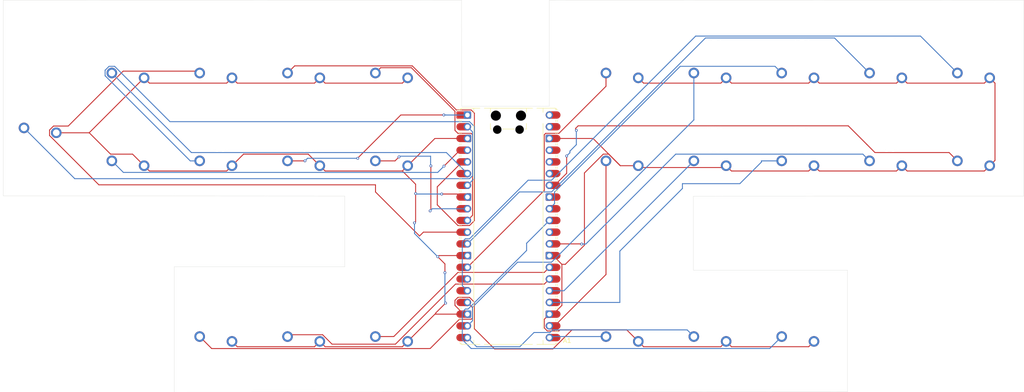
<source format=kicad_pcb>
(kicad_pcb (version 20241229) (generator "pcbnew") (generator_version "9.0")
  (title_block (title "StenoKeyboard"))
  (layers (0 "F.Cu" signal) (2 "B.Cu" signal) (13 "F.Paste" user) (15 "B.Paste" user) (5 "F.SilkS" user "F.Silkscreen") (7 "B.SilkS" user "B.Silkscreen") (1 "F.Mask" user) (3 "B.Mask" user) (25 "Edge.Cuts" user))
  (net 0 "")
  (net 1 "Net-(A1-GPIO20)")
  (net 2 "Net-(A1-GPIO13)")
  (net 3 "Net-(A1-GPIO2)")
  (net 4 "Net-(A1-GPIO15)")
  (net 5 "Net-(A1-GPIO21)")
  (net 7 "Net-(A1-GPIO17)")
  (net 9 "Net-(A1-GPIO0)")
  (net 10 "Net-(A1-GPIO7)")
  (net 11 "Net-(A1-GPIO6)")
  (net 12 "Net-(A1-GPIO28_ADC2)")
  (net 13 "Net-(A1-GPIO10)")
  (net 15 "Net-(A1-GPIO27_ADC1)")
  (net 16 "Net-(A1-GPIO18)")
  (net 17 "Net-(A1-GPIO1)")
  (net 19 "Net-(A1-GPIO16)")
  (net 20 "Net-(A1-GPIO8)")
  (net 21 "Net-(A1-GPIO3)")
  (net 22 "Net-(A1-GPIO26_ADC0)")
  (net 24 "Net-(A1-GPIO5)")
  (net 26 "Net-(A1-GPIO19)")
  (net 27 "Net-(A1-GPIO4)")
  (net 29 "Net-(A1-GPIO12)")
  (net 30 "Net-(A1-GPIO9)")
  (net 31 "Net-(A1-GPIO14)")
  (net 32 "Net-(A1-GPIO22)")
  (net 34 "GND")
  (footprint "Downloads:Gateron-KS33-Solderable-1U" (layer "F.Cu") (at 211.93125 88.10625)
    (property "Reference" "SW19")
    (property "Value" "SW_SPST")
  )
  (footprint "Downloads:Gateron-KS33-Solderable-1U" (layer "F.Cu") (at 66.675 69.05625)
    (property "Reference" "SW1")
    (property "Value" "SW_SPST")
  )
  (footprint "Downloads:Gateron-KS33-Solderable-1U" (layer "F.Cu") (at 230.98125 69.05625)
    (property "Reference" "SW10")
    (property "Value" "SW_SPST")
  )
  (footprint "Downloads:Gateron-KS33-Solderable-1U" (layer "F.Cu") (at 104.775 126.20625)
    (property "Reference" "SW21")
    (property "Value" "SW_SPST")
  )
  (footprint "Downloads:Gateron-KS33-Solderable-1U" (layer "F.Cu") (at 85.725 88.10625)
    (property "Reference" "SW9")
    (property "Value" "SW_SPST")
  )
  (footprint "Downloads:Gateron-KS33-Solderable-1U" (layer "F.Cu") (at 192.88125 88.10625)
    (property "Reference" "SW18")
    (property "Value" "SW_SPST")
  )
  (footprint "Downloads:Gateron-KS33-Solderable-1U" (layer "F.Cu") (at 66.675 88.10625)
    (property "Reference" "SW3")
    (property "Value" "SW_SPST")
  )
  (footprint "Downloads:Gateron-KS33-Solderable-1U" (layer "F.Cu") (at 192.88125 69.05625)
    (property "Reference" "SW12")
    (property "Value" "SW_SPST")
  )
  (footprint "Downloads:Gateron-KS33-Solderable-1U" (layer "F.Cu") (at 47.625 80.9625)
    (property "Reference" "SW4")
    (property "Value" "SW_SPST")
  )
  (footprint "Downloads:Gateron-KS33-Solderable-1U" (layer "F.Cu") (at 211.93125 126.20625)
    (property "Reference" "SW20")
    (property "Value" "SW_SPST")
  )
  (footprint "Module:RaspberryPi_Pico_Common_Unspecified" (layer "F.Cu") (at 148.2725 106.9975)
    (property "Reference" "A1")
    (property "Value" "RaspberryPi_Pico")
  )
  (footprint "Downloads:Gateron-KS33-Solderable-1U" (layer "F.Cu") (at 173.83125 69.05625)
    (property "Reference" "SW11")
    (property "Value" "SW_SPST")
  )
  (footprint "Downloads:Gateron-KS33-Solderable-1U" (layer "F.Cu") (at 230.98125 88.10625)
    (property "Reference" "SW15")
    (property "Value" "SW_SPST")
  )
  (footprint "Downloads:Gateron-KS33-Solderable-1U" (layer "F.Cu") (at 123.825 69.05625)
    (property "Reference" "SW7")
    (property "Value" "SW_SPST")
  )
  (footprint "Downloads:Gateron-KS33-Solderable-1U" (layer "F.Cu") (at 123.825 88.10625)
    (property "Reference" "SW8")
    (property "Value" "SW_SPST")
  )
  (footprint "Downloads:Gateron-KS33-Solderable-1U" (layer "F.Cu") (at 211.93125 69.05625)
    (property "Reference" "SW13")
    (property "Value" "SW_SPST")
  )
  (footprint "Downloads:Gateron-KS33-Solderable-1U" (layer "F.Cu") (at 192.88125 126.20625)
    (property "Reference" "SW14")
    (property "Value" "SW_SPST")
  )
  (footprint "Downloads:Gateron-KS33-Solderable-1U" (layer "F.Cu") (at 250.03125 88.10625)
    (property "Reference" "SW25")
    (property "Value" "SW_SPST")
  )
  (footprint "Downloads:Gateron-KS33-Solderable-1U" (layer "F.Cu") (at 250.03125 69.05625)
    (property "Reference" "SW24")
    (property "Value" "SW_SPST")
  )
  (footprint "Downloads:Gateron-KS33-Solderable-1U" (layer "F.Cu") (at 123.825 126.20625)
    (property "Reference" "SW22")
    (property "Value" "SW_SPST")
  )
  (footprint "Downloads:Gateron-KS33-Solderable-1U" (layer "F.Cu") (at 85.725 126.20625)
    (property "Reference" "SW23")
    (property "Value" "SW_SPST")
  )
  (footprint "Downloads:Gateron-KS33-Solderable-1U" (layer "F.Cu") (at 173.83125 126.20625)
    (property "Reference" "SW16")
    (property "Value" "SW_SPST")
  )
  (footprint "Downloads:Gateron-KS33-Solderable-1U" (layer "F.Cu") (at 85.725 69.05625)
    (property "Reference" "SW6")
    (property "Value" "SW_SPST")
  )
  (footprint "Downloads:Gateron-KS33-Solderable-1U" (layer "F.Cu") (at 104.775 88.10625)
    (property "Reference" "SW5")
    (property "Value" "SW_SPST")
  )
  (footprint "Downloads:Gateron-KS33-Solderable-1U" (layer "F.Cu") (at 104.775 69.05625)
    (property "Reference" "SW2")
    (property "Value" "SW_SPST")
  )
  (footprint "Downloads:Gateron-KS33-Solderable-1U" (layer "F.Cu") (at 173.83125 88.10625)
    (property "Reference" "SW17")
    (property "Value" "SW_SPST")
  )
  (gr_line (start 221.8 100.4375) (end 188.4 100.45) (stroke (width 0.05)) (layer "Edge.Cuts"))
  (gr_line (start 221.8 116.5) (end 221.8 142.875) (stroke (width 0.05)) (layer "Edge.Cuts"))
  (gr_line (start 221.8 100.4375) (end 260.025 100.4375) (stroke (width 0.05)) (layer "Edge.Cuts"))
  (gr_line (start 75.8 142.95) (end 75.8 115.8) (stroke (width 0.05)) (layer "Edge.Cuts"))
  (gr_line (start 157.15 57.975) (end 253.75 58) (stroke (width 0.05)) (layer "Edge.Cuts"))
  (gr_line (start 221.8 142.875) (end 75.8 142.95) (stroke (width 0.05)) (layer "Edge.Cuts"))
  (gr_line (start 75.8 100.4125) (end 112.8 100.4375) (stroke (width 0.05)) (layer "Edge.Cuts"))
  (gr_line (start 138.1125 80.9625) (end 157.1625 80.9625) (stroke (width 0.05)) (layer "Edge.Cuts"))
  (gr_line (start 38.75 57.95) (end 38.75 100.4125) (stroke (width 0.05)) (layer "Edge.Cuts"))
  (gr_line (start 157.1625 80.9625) (end 157.15 57.975) (stroke (width 0.05)) (layer "Edge.Cuts"))
  (gr_line (start 138.1 57.97007) (end 38.75 57.95) (stroke (width 0.05)) (layer "Edge.Cuts"))
  (gr_line (start 253.75 58) (end 260.05 58) (stroke (width 0.05)) (layer "Edge.Cuts"))
  (gr_line (start 260.05 58) (end 260.025 100.4375) (stroke (width 0.05)) (layer "Edge.Cuts"))
  (gr_line (start 112.8 115.8) (end 75.8 115.8) (stroke (width 0.05)) (layer "Edge.Cuts"))
  (gr_line (start 75.8 100.4125) (end 38.75 100.4125) (stroke (width 0.05)) (layer "Edge.Cuts"))
  (gr_line (start 188.4 116.5) (end 221.8 116.5) (stroke (width 0.05)) (layer "Edge.Cuts"))
  (gr_line (start 138.1125 80.9625) (end 138.1 57.975) (stroke (width 0.05)) (layer "Edge.Cuts"))
  (gr_line (start 112.8 100.4375) (end 112.8 115.8) (stroke (width 0.05)) (layer "Edge.Cuts"))
  (gr_line (start 188.4 100.45) (end 188.4 116.5) (stroke (width 0.05)) (layer "Edge.Cuts"))
  (segment (start 100.375 130.90625) (end 100.776 130.50525) (width 0.2) (layer "F.Cu") (net 1))
  (segment (start 100.776 130.50525) (end 107.976024 130.50525) (width 0.2) (layer "F.Cu") (net 1))
  (segment (start 107.976024 130.50525) (end 110.028048 132.557274) (width 0.2) (layer "F.Cu") (net 1))
  (segment (start 110.028048 132.557274) (end 123.771952 132.557274) (width 0.2) (layer "F.Cu") (net 1))
  (segment (start 123.771952 132.557274) (end 136.800726 119.5285) (width 0.2) (layer "F.Cu") (net 1))
  (segment (start 156.0615 119.5285) (end 157.1625 118.4275) (width 0.2) (layer "F.Cu") (net 1))
  (segment (start 136.800726 119.5285) (end 156.0615 119.5285) (width 0.2) (layer "F.Cu") (net 1))
  (segment (start 140.192094 127.1535) (end 140.4885 126.857094) (width 0.2) (layer "F.Cu") (net 2))
  (segment (start 137.6465 127.1535) (end 140.192094 127.1535) (width 0.2) (layer "F.Cu") (net 2))
  (segment (start 140.4885 124.6135) (end 139.3825 123.5075) (width 0.2) (layer "F.Cu") (net 2))
  (segment (start 131.29275 133.50725) (end 137.6465 127.1535) (width 0.2) (layer "F.Cu") (net 2))
  (segment (start 81.325 130.90625) (end 83.926 133.50725) (width 0.2) (layer "F.Cu") (net 2))
  (segment (start 83.926 133.50725) (end 131.29275 133.50725) (width 0.2) (layer "F.Cu") (net 2))
  (segment (start 140.4885 126.857094) (end 140.4885 124.6135) (width 0.2) (layer "F.Cu") (net 2))
  (segment (start 137.7625 90.4875) (end 139.3825 90.4875) (width 0.2) (layer "F.Cu") (net 3))
  (segment (start 134.3 93.95) (end 137.7625 90.4875) (width 0.2) (layer "F.Cu") (net 3))
  (via (at 134.3 93.95) (size 0.6) (drill 0.3) (layers "F.Cu" "B.Cu") (net 3))
  (segment (start 62.275 92.80625) (end 64.776 95.30725) (width 0.2) (layer "B.Cu") (net 3))
  (segment (start 64.776 95.30725) (end 132.94275 95.30725) (width 0.2) (layer "B.Cu") (net 3))
  (segment (start 132.94275 95.30725) (end 134.3 93.95) (width 0.2) (layer "B.Cu") (net 3))
  (segment (start 188.48125 130.90625) (end 187.03025 129.45525) (width 0.2) (layer "B.Cu") (net 4))
  (segment (start 141.3535 133.0985) (end 139.3825 131.1275) (width 0.2) (layer "B.Cu") (net 4))
  (segment (start 157.8518 129.45525) (end 157.28055 130.0265) (width 0.2) (layer "B.Cu") (net 4))
  (segment (start 187.03025 129.45525) (end 157.8518 129.45525) (width 0.2) (layer "B.Cu") (net 4))
  (segment (start 150.754231 133.0985) (end 141.3535 133.0985) (width 0.2) (layer "B.Cu") (net 4))
  (segment (start 153.826231 130.0265) (end 150.754231 133.0985) (width 0.2) (layer "B.Cu") (net 4))
  (segment (start 157.28055 130.0265) (end 153.826231 130.0265) (width 0.2) (layer "B.Cu") (net 4))
  (segment (start 119.425 130.90625) (end 123.4087 130.90625) (width 0.2) (layer "F.Cu") (net 5))
  (segment (start 137.32645 116.9885) (end 156.0615 116.9885) (width 0.2) (layer "F.Cu") (net 5))
  (segment (start 156.0615 116.9885) (end 157.1625 115.8875) (width 0.2) (layer "F.Cu") (net 5))
  (segment (start 123.4087 130.90625) (end 137.32645 116.9885) (width 0.2) (layer "F.Cu") (net 5))
  (segment (start 169.43125 117.45012) (end 158.29387 128.5875) (width 0.2) (layer "F.Cu") (net 7))
  (segment (start 158.29387 128.5875) (end 157.1625 128.5875) (width 0.2) (layer "F.Cu") (net 7))
  (segment (start 169.43125 92.80625) (end 169.43125 117.45012) (width 0.2) (layer "F.Cu") (net 7))
  (segment (start 115.6 92.2) (end 124.95 82.85) (width 0.2) (layer "F.Cu") (net 9))
  (segment (start 104.14375 92.80625) (end 104.15 92.8) (width 0.2) (layer "F.Cu") (net 9))
  (segment (start 115.6 92.25) (end 115.6 92.2) (width 0.2) (layer "F.Cu") (net 9))
  (segment (start 124.95 82.85) (end 134.25 82.85) (width 0.2) (layer "F.Cu") (net 9))
  (segment (start 100.375 92.80625) (end 104.14375 92.80625) (width 0.2) (layer "F.Cu") (net 9))
  (via (at 104.15 92.8) (size 0.6) (drill 0.3) (layers "F.Cu" "B.Cu") (net 9))
  (via (at 134.25 82.85) (size 0.6) (drill 0.3) (layers "F.Cu" "B.Cu") (net 9))
  (via (at 115.6 92.25) (size 0.6) (drill 0.3) (layers "F.Cu" "B.Cu") (net 9))
  (segment (start 104.7 92.25) (end 115.6 92.25) (width 0.2) (layer "B.Cu") (net 9))
  (segment (start 134.7 82.85) (end 134.7175 82.8675) (width 0.2) (layer "B.Cu") (net 9))
  (segment (start 134.7175 82.8675) (end 139.3825 82.8675) (width 0.2) (layer "B.Cu") (net 9))
  (segment (start 134.25 82.85) (end 134.7 82.85) (width 0.2) (layer "B.Cu") (net 9))
  (segment (start 104.15 92.8) (end 104.7 92.25) (width 0.2) (layer "B.Cu") (net 9))
  (segment (start 136.6765 82.057906) (end 136.6765 86.193622) (width 0.2) (layer "F.Cu") (net 10))
  (segment (start 140.4885 87.137906) (end 140.4885 104.6215) (width 0.2) (layer "F.Cu") (net 10))
  (segment (start 136.6765 86.193622) (end 137.324378 86.8415) (width 0.2) (layer "F.Cu") (net 10))
  (segment (start 137.324378 86.8415) (end 140.192094 86.8415) (width 0.2) (layer "F.Cu") (net 10))
  (segment (start 120.575 72.60625) (end 127.224844 72.60625) (width 0.2) (layer "F.Cu") (net 10))
  (segment (start 140.192094 86.8415) (end 140.4885 87.137906) (width 0.2) (layer "F.Cu") (net 10))
  (segment (start 127.224844 72.60625) (end 136.6765 82.057906) (width 0.2) (layer "F.Cu") (net 10))
  (segment (start 119.425 73.75625) (end 120.575 72.60625) (width 0.2) (layer "F.Cu") (net 10))
  (segment (start 140.4885 104.6215) (end 139.3825 105.7275) (width 0.2) (layer "F.Cu") (net 10))
  (segment (start 131.45 93.9) (end 131.45 103.5) (width 0.2) (layer "F.Cu") (net 11))
  (segment (start 119.425 92.80625) (end 123.69375 92.80625) (width 0.2) (layer "F.Cu") (net 11))
  (segment (start 123.69375 92.80625) (end 124.55 91.95) (width 0.2) (layer "F.Cu") (net 11))
  (segment (start 131.45 103.5) (end 131.3 103.65) (width 0.2) (layer "F.Cu") (net 11))
  (via (at 131.3 103.65) (size 0.6) (drill 0.3) (layers "F.Cu" "B.Cu") (net 11))
  (via (at 124.55 91.95) (size 0.6) (drill 0.3) (layers "F.Cu" "B.Cu") (net 11))
  (via (at 131.45 93.9) (size 0.6) (drill 0.3) (layers "F.Cu" "B.Cu") (net 11))
  (segment (start 131.4 91.8) (end 131.4 93.85) (width 0.2) (layer "B.Cu") (net 11))
  (segment (start 131.7625 103.1875) (end 139.3825 103.1875) (width 0.2) (layer "B.Cu") (net 11))
  (segment (start 124.55 91.95) (end 124.7 91.8) (width 0.2) (layer "B.Cu") (net 11))
  (segment (start 131.4 93.85) (end 131.45 93.9) (width 0.2) (layer "B.Cu") (net 11))
  (segment (start 131.3 103.65) (end 131.7625 103.1875) (width 0.2) (layer "B.Cu") (net 11))
  (segment (start 124.7 91.8) (end 131.4 91.8) (width 0.2) (layer "B.Cu") (net 11))
  (segment (start 160.9 95.50137) (end 158.29387 98.1075) (width 0.2) (layer "F.Cu") (net 12))
  (segment (start 227.75725 91.00725) (end 226 89.25) (width 0.2) (layer "F.Cu") (net 12))
  (segment (start 226 89.25) (end 221.95525 85.20525) (width 0.2) (layer "F.Cu") (net 12))
  (segment (start 162.85 85.75) (end 162.85 86.05) (width 0.2) (layer "F.Cu") (net 12))
  (segment (start 163.39475 85.20525) (end 162.85 85.75) (width 0.2) (layer "F.Cu") (net 12))
  (segment (start 221.95525 85.20525) (end 163.39475 85.20525) (width 0.2) (layer "F.Cu") (net 12))
  (segment (start 160.9 91.75) (end 160.9 95.50137) (width 0.2) (layer "F.Cu") (net 12))
  (segment (start 158.29387 98.1075) (end 157.1625 98.1075) (width 0.2) (layer "F.Cu") (net 12))
  (segment (start 162.85 86.05) (end 163 86.2) (width 0.2) (layer "F.Cu") (net 12))
  (segment (start 245.63125 92.80625) (end 243.83225 91.00725) (width 0.2) (layer "F.Cu") (net 12))
  (segment (start 243.83225 91.00725) (end 227.75725 91.00725) (width 0.2) (layer "F.Cu") (net 12))
  (via (at 160.9 91.75) (size 0.6) (drill 0.3) (layers "F.Cu" "B.Cu") (net 12))
  (via (at 163 86.2) (size 0.6) (drill 0.3) (layers "F.Cu" "B.Cu") (net 12))
  (segment (start 161.6 90.7) (end 161.6 91.05) (width 0.2) (layer "B.Cu") (net 12))
  (segment (start 163 86.2) (end 163 89.3) (width 0.2) (layer "B.Cu") (net 12))
  (segment (start 163 89.3) (end 161.6 90.7) (width 0.2) (layer "B.Cu") (net 12))
  (segment (start 161.6 91.05) (end 160.9 91.75) (width 0.2) (layer "B.Cu") (net 12))
  (segment (start 156.0565 87.137906) (end 156.0565 99.2135) (width 0.2) (layer "F.Cu") (net 13))
  (segment (start 156.0565 99.2135) (end 139.3825 115.8875) (width 0.2) (layer "F.Cu") (net 13))
  (segment (start 138.758094 115.8875) (end 138.5825 115.8875) (width 0.2) (layer "F.Cu") (net 13))
  (segment (start 159.220622 86.8415) (end 156.352906 86.8415) (width 0.2) (layer "F.Cu") (net 13))
  (segment (start 169.43125 73.75625) (end 169.43125 76.630872) (width 0.2) (layer "F.Cu") (net 13))
  (segment (start 169.43125 76.630872) (end 159.220622 86.8415) (width 0.2) (layer "F.Cu") (net 13))
  (segment (start 156.352906 86.8415) (end 156.0565 87.137906) (width 0.2) (layer "F.Cu") (net 13))
  (segment (start 158.2685 102.0815) (end 157.1625 103.1875) (width 0.2) (layer "B.Cu") (net 15))
  (segment (start 158.2685 99.566366) (end 158.2685 102.0815) (width 0.2) (layer "B.Cu") (net 15))
  (segment (start 206.08025 72.30525) (end 185.529616 72.30525) (width 0.2) (layer "B.Cu") (net 15))
  (segment (start 207.53125 73.75625) (end 206.08025 72.30525) (width 0.2) (layer "B.Cu") (net 15))
  (segment (start 185.529616 72.30525) (end 158.2685 99.566366) (width 0.2) (layer "B.Cu") (net 15))
  (segment (start 198.45625 97.75) (end 186 97.75) (width 0.2) (layer "B.Cu") (net 16))
  (segment (start 207.53125 92.80625) (end 203.128616 92.80625) (width 0.2) (layer "B.Cu") (net 16))
  (segment (start 203.128616 92.80625) (end 203.128616 93.077634) (width 0.2) (layer "B.Cu") (net 16))
  (segment (start 172.427366 123.5075) (end 157.1625 123.5075) (width 0.2) (layer "B.Cu") (net 16))
  (segment (start 186 98.8) (end 172.427366 112.372634) (width 0.2) (layer "B.Cu") (net 16))
  (segment (start 203.128616 93.077634) (end 198.45625 97.75) (width 0.2) (layer "B.Cu") (net 16))
  (segment (start 172.427366 112.372634) (end 172.427366 123.5075) (width 0.2) (layer "B.Cu") (net 16))
  (segment (start 186 97.75) (end 186 98.8) (width 0.2) (layer "B.Cu") (net 16))
  (segment (start 139.83855 96.6685) (end 140.4885 96.01855) (width 0.2) (layer "B.Cu") (net 17))
  (segment (start 140.4885 86.5135) (end 139.3825 85.4075) (width 0.2) (layer "B.Cu") (net 17))
  (segment (start 54.231 96.6685) (end 139.83855 96.6685) (width 0.2) (layer "B.Cu") (net 17))
  (segment (start 140.4885 96.01855) (end 140.4885 86.5135) (width 0.2) (layer "B.Cu") (net 17))
  (segment (start 43.225 85.6625) (end 54.231 96.6685) (width 0.2) (layer "B.Cu") (net 17))
  (segment (start 169.43125 130.90625) (end 157.38375 130.90625) (width 0.2) (layer "B.Cu") (net 19))
  (segment (start 157.38375 130.90625) (end 157.1625 131.1275) (width 0.2) (layer "B.Cu") (net 19))
  (segment (start 119.45 99.55) (end 129 109.1) (width 0.2) (layer "F.Cu") (net 20))
  (segment (start 59.460476 98) (end 119.45 98) (width 0.2) (layer "F.Cu") (net 20))
  (segment (start 129 109.1) (end 129.8325 108.2675) (width 0.2) (layer "F.Cu") (net 20))
  (segment (start 64.728024 73.35525) (end 52.821774 85.2615) (width 0.2) (layer "F.Cu") (net 20))
  (segment (start 81.325 73.75625) (end 80.924 73.35525) (width 0.2) (layer "F.Cu") (net 20))
  (segment (start 129.8325 108.2675) (end 139.3825 108.2675) (width 0.2) (layer "F.Cu") (net 20))
  (segment (start 80.924 73.35525) (end 64.728024 73.35525) (width 0.2) (layer "F.Cu") (net 20))
  (segment (start 52.821774 85.2615) (end 49.623976 85.2615) (width 0.2) (layer "F.Cu") (net 20))
  (segment (start 49.623976 85.2615) (end 48.774 86.111476) (width 0.2) (layer "F.Cu") (net 20))
  (segment (start 48.774 86.111476) (end 48.774 87.313524) (width 0.2) (layer "F.Cu") (net 20))
  (segment (start 48.774 87.313524) (end 59.460476 98) (width 0.2) (layer "F.Cu") (net 20))
  (segment (start 119.45 98) (end 119.45 99.55) (width 0.2) (layer "F.Cu") (net 20))
  (segment (start 140.190564 81.7615) (end 140.8895 82.460436) (width 0.2) (layer "F.Cu") (net 21))
  (segment (start 138.25113 93.0275) (end 139.3825 93.0275) (width 0.2) (layer "F.Cu") (net 21))
  (segment (start 100.375 73.75625) (end 101.93125 72.2) (width 0.2) (layer "F.Cu") (net 21))
  (segment (start 140.8895 105.77755) (end 139.83855 106.8285) (width 0.2) (layer "F.Cu") (net 21))
  (segment (start 140.8895 82.460436) (end 140.8895 105.77755) (width 0.2) (layer "F.Cu") (net 21))
  (segment (start 101.93125 72.2) (end 127.411406 72.2) (width 0.2) (layer "F.Cu") (net 21))
  (segment (start 136.972906 81.7615) (end 140.190564 81.7615) (width 0.2) (layer "F.Cu") (net 21))
  (segment (start 137.32645 106.8285) (end 132.848884 102.350934) (width 0.2) (layer "F.Cu") (net 21))
  (segment (start 127.411406 72.2) (end 136.972906 81.7615) (width 0.2) (layer "F.Cu") (net 21))
  (segment (start 132.848884 98.429746) (end 138.25113 93.0275) (width 0.2) (layer "F.Cu") (net 21))
  (segment (start 139.83855 106.8285) (end 137.32645 106.8285) (width 0.2) (layer "F.Cu") (net 21))
  (segment (start 132.848884 102.350934) (end 132.848884 98.429746) (width 0.2) (layer "F.Cu") (net 21))
  (segment (start 152.218564 110.671436) (end 157.1625 105.7275) (width 0.2) (layer "B.Cu") (net 22))
  (segment (start 204.938 133.4995) (end 140.19745 133.4995) (width 0.2) (layer "B.Cu") (net 22))
  (segment (start 152.218564 112.2415) (end 152.218564 110.671436) (width 0.2) (layer "B.Cu") (net 22))
  (segment (start 140.19745 133.4995) (end 138.2765 131.57855) (width 0.2) (layer "B.Cu") (net 22))
  (segment (start 138.2765 131.57855) (end 138.2765 125.589378) (width 0.2) (layer "B.Cu") (net 22))
  (segment (start 138.2765 125.589378) (end 138.924378 124.9415) (width 0.2) (layer "B.Cu") (net 22))
  (segment (start 207.53125 130.90625) (end 204.938 133.4995) (width 0.2) (layer "B.Cu") (net 22))
  (segment (start 139.518564 124.9415) (end 152.218564 112.2415) (width 0.2) (layer "B.Cu") (net 22))
  (segment (start 138.924378 124.9415) (end 139.518564 124.9415) (width 0.2) (layer "B.Cu") (net 22))
  (segment (start 60.824 73.155226) (end 61.673976 72.30525) (width 0.2) (layer "B.Cu") (net 24))
  (segment (start 79.272976 92.80625) (end 60.824 74.357274) (width 0.2) (layer "B.Cu") (net 24))
  (segment (start 140.8895 85.35745) (end 140.8895 96.6005) (width 0.2) (layer "B.Cu") (net 24))
  (segment (start 81.325 92.80625) (end 79.272976 92.80625) (width 0.2) (layer "B.Cu") (net 24))
  (segment (start 139.83855 84.3065) (end 140.8895 85.35745) (width 0.2) (layer "B.Cu") (net 24))
  (segment (start 61.673976 72.30525) (end 62.876024 72.30525) (width 0.2) (layer "B.Cu") (net 24))
  (segment (start 140.8895 96.6005) (end 139.3825 98.1075) (width 0.2) (layer "B.Cu") (net 24))
  (segment (start 60.824 74.357274) (end 60.824 73.155226) (width 0.2) (layer "B.Cu") (net 24))
  (segment (start 62.876024 72.30525) (end 74.877274 84.3065) (width 0.2) (layer "B.Cu") (net 24))
  (segment (start 74.877274 84.3065) (end 139.83855 84.3065) (width 0.2) (layer "B.Cu") (net 24))
  (segment (start 188.48125 92.80625) (end 160.32 120.9675) (width 0.2) (layer "B.Cu") (net 26))
  (segment (start 160.32 120.9675) (end 157.1625 120.9675) (width 0.2) (layer "B.Cu") (net 26))
  (segment (start 62.275 73.75625) (end 79.526 91.00725) (width 0.2) (layer "B.Cu") (net 27))
  (segment (start 79.526 91.00725) (end 134.82225 91.00725) (width 0.2) (layer "B.Cu") (net 27))
  (segment (start 134.82225 91.00725) (end 139.3825 95.5675) (width 0.2) (layer "B.Cu") (net 27))
  (segment (start 152.53855 97.0065) (end 139.83855 109.7065) (width 0.2) (layer "B.Cu") (net 29))
  (segment (start 157.61855 97.0065) (end 152.53855 97.0065) (width 0.2) (layer "B.Cu") (net 29))
  (segment (start 138.92645 109.7065) (end 138.2765 110.35645) (width 0.2) (layer "B.Cu") (net 29))
  (segment (start 245.63125 73.75625) (end 237.62925 65.75425) (width 0.2) (layer "B.Cu") (net 29))
  (segment (start 138.2765 110.35645) (end 138.2765 119.8615) (width 0.2) (layer "B.Cu") (net 29))
  (segment (start 188.8708 65.75425) (end 157.61855 97.0065) (width 0.2) (layer "B.Cu") (net 29))
  (segment (start 237.62925 65.75425) (end 188.8708 65.75425) (width 0.2) (layer "B.Cu") (net 29))
  (segment (start 138.2765 119.8615) (end 139.3825 120.9675) (width 0.2) (layer "B.Cu") (net 29))
  (segment (start 139.83855 109.7065) (end 138.92645 109.7065) (width 0.2) (layer "B.Cu") (net 29))
  (segment (start 157.620622 99.5415) (end 150.6485 99.5415) (width 0.2) (layer "B.Cu") (net 30))
  (segment (start 150.6485 99.5415) (end 139.3825 110.8075) (width 0.2) (layer "B.Cu") (net 30))
  (segment (start 191.006872 66.15525) (end 157.620622 99.5415) (width 0.2) (layer "B.Cu") (net 30))
  (segment (start 218.98025 66.15525) (end 191.006872 66.15525) (width 0.2) (layer "B.Cu") (net 30))
  (segment (start 226.58125 73.75625) (end 218.98025 66.15525) (width 0.2) (layer "B.Cu") (net 30))
  (segment (start 140.4885 124.538664) (end 140.4885 127.4815) (width 0.2) (layer "B.Cu") (net 31))
  (segment (start 188.48125 73.75625) (end 188.48125 83.9238) (width 0.2) (layer "B.Cu") (net 31))
  (segment (start 188.48125 83.9238) (end 157.61855 114.7865) (width 0.2) (layer "B.Cu") (net 31))
  (segment (start 157.61855 114.7865) (end 150.240664 114.7865) (width 0.2) (layer "B.Cu") (net 31))
  (segment (start 150.240664 114.7865) (end 140.4885 124.538664) (width 0.2) (layer "B.Cu") (net 31))
  (segment (start 140.4885 127.4815) (end 139.3825 128.5875) (width 0.2) (layer "B.Cu") (net 31))
  (segment (start 163.8575 110.8075) (end 157.1625 110.8075) (width 0.2) (layer "F.Cu") (net 32))
  (segment (start 164.15 110.85) (end 163.9 110.85) (width 0.2) (layer "F.Cu") (net 32))
  (segment (start 163.9 110.85) (end 163.8575 110.8075) (width 0.2) (layer "F.Cu") (net 32))
  (via (at 164.15 110.85) (size 0.6) (drill 0.3) (layers "F.Cu" "B.Cu") (net 32))
  (segment (start 165.05 110.85) (end 164.15 110.85) (width 0.2) (layer "B.Cu") (net 32))
  (segment (start 184.54475 91.35525) (end 165.45 110.45) (width 0.2) (layer "B.Cu") (net 32))
  (segment (start 165.45 110.45) (end 165.05 110.85) (width 0.2) (layer "B.Cu") (net 32))
  (segment (start 225.13025 91.35525) (end 184.54475 91.35525) (width 0.2) (layer "B.Cu") (net 32))
  (segment (start 226.58125 92.80625) (end 225.13025 91.35525) (width 0.2) (layer "B.Cu") (net 32))
  (segment (start 88.325 93.85625) (end 90.826 91.35525) (width 0.2) (layer "F.Cu") (net 34))
  (segment (start 126.425 131.95625) (end 132.33375 126.0475) (width 0.2) (layer "F.Cu") (net 34))
  (segment (start 137.32645 122.4065) (end 136.6815 123.05145) (width 0.2) (layer "F.Cu") (net 34))
  (segment (start 70.425 95.00625) (end 69.275 93.85625) (width 0.2) (layer "F.Cu") (net 34))
  (segment (start 88.325 74.80625) (end 89.475 75.95625) (width 0.2) (layer "F.Cu") (net 34))
  (segment (start 126.425 93.85625) (end 132.33375 87.9475) (width 0.2) (layer "F.Cu") (net 34))
  (segment (start 87.175 75.95625) (end 88.325 74.80625) (width 0.2) (layer "F.Cu") (net 34))
  (segment (start 57.36875 86.7125) (end 69.275 74.80625) (width 0.2) (layer "F.Cu") (net 34))
  (segment (start 156.70645 129.6885) (end 156.0615 129.04355) (width 0.2) (layer "F.Cu") (net 34))
  (segment (start 177.58125 75.95625) (end 176.43125 74.80625) (width 0.2) (layer "F.Cu") (net 34))
  (segment (start 108.525 95.00625) (end 125.275 95.00625) (width 0.2) (layer "F.Cu") (net 34))
  (segment (start 251.48125 75.95625) (end 234.73125 75.95625) (width 0.2) (layer "F.Cu") (net 34))
  (segment (start 196.63125 75.95625) (end 195.48125 74.80625) (width 0.2) (layer "F.Cu") (net 34))
  (segment (start 233.58125 93.85625) (end 234.73125 95.00625) (width 0.2) (layer "F.Cu") (net 34))
  (segment (start 213.38125 133.10625) (end 196.63125 133.10625) (width 0.2) (layer "F.Cu") (net 34))
  (segment (start 195.48125 93.85625) (end 196.63125 95.00625) (width 0.2) (layer "F.Cu") (net 34))
  (segment (start 90.826 91.35525) (end 104.874 91.35525) (width 0.2) (layer "F.Cu") (net 34))
  (segment (start 69.275 74.80625) (end 70.425 75.95625) (width 0.2) (layer "F.Cu") (net 34))
  (segment (start 132.5 126.0475) (end 139.3825 126.0475) (width 0.2) (layer "F.Cu") (net 34))
  (segment (start 251.48125 95.00625) (end 252.63125 93.85625) (width 0.2) (layer "F.Cu") (net 34))
  (segment (start 162.05 129.45525) (end 159.4518 129.45525) (width 0.2) (layer "F.Cu") (net 34))
  (segment (start 108.525 133.10625) (end 107.375 131.95625) (width 0.2) (layer "F.Cu") (net 34))
  (segment (start 132.33375 126.0475) (end 132.5 126.0475) (width 0.2) (layer "F.Cu") (net 34))
  (segment (start 128.15 106) (end 127.9 106.25) (width 0.2) (layer "F.Cu") (net 34))
  (segment (start 160.606443 115.2435) (end 159.8635 115.2435) (width 0.2) (layer "F.Cu") (net 34))
  (segment (start 140.8895 129.210878) (end 140.8895 123.45745) (width 0.2) (layer "F.Cu") (net 34))
  (segment (start 140.8895 123.45745) (end 139.83855 122.4065) (width 0.2) (layer "F.Cu") (net 34))
  (segment (start 138.5775 126.0475) (end 139.3825 126.0475) (width 0.2) (layer "F.Cu") (net 34))
  (segment (start 106.225 75.95625) (end 107.375 74.80625) (width 0.2) (layer "F.Cu") (net 34))
  (segment (start 213.38125 75.95625) (end 196.63125 75.95625) (width 0.2) (layer "F.Cu") (net 34))
  (segment (start 215.68125 75.95625) (end 214.53125 74.80625) (width 0.2) (layer "F.Cu") (net 34))
  (segment (start 107.375 74.80625) (end 108.525 75.95625) (width 0.2) (layer "F.Cu") (net 34))
  (segment (start 176.43125 93.85625) (end 176.83225 94.25725) (width 0.2) (layer "F.Cu") (net 34))
  (segment (start 172.533274 93.85625) (end 170.032274 91.35525) (width 0.2) (layer "F.Cu") (net 34))
  (segment (start 214.53125 93.85625) (end 215.68125 95.00625) (width 0.2) (layer "F.Cu") (net 34))
  (segment (start 136.6815 124.1515) (end 138.5775 126.0475) (width 0.2) (layer "F.Cu") (net 34))
  (segment (start 173.93025 129.45525) (end 162.05 129.45525) (width 0.2) (layer "F.Cu") (net 34))
  (segment (start 107.375 93.85625) (end 108.525 95.00625) (width 0.2) (layer "F.Cu") (net 34))
  (segment (start 232.43125 95.00625) (end 233.58125 93.85625) (width 0.2) (layer "F.Cu") (net 34))
  (segment (start 157.9675 113.3475) (end 159.8635 115.2435) (width 0.2) (layer "F.Cu") (net 34))
  (segment (start 170.032274 91.35525) (end 168.830226 91.35525) (width 0.2) (layer "F.Cu") (net 34))
  (segment (start 70.425 95.00625) (end 87.175 95.00625) (width 0.2) (layer "F.Cu") (net 34))
  (segment (start 69.275 93.85625) (end 66.774 91.35525) (width 0.2) (layer "F.Cu") (net 34))
  (segment (start 195.48125 74.80625) (end 194.33125 75.95625) (width 0.2) (layer "F.Cu") (net 34))
  (segment (start 213.38125 95.00625) (end 214.53125 93.85625) (width 0.2) (layer "F.Cu") (net 34))
  (segment (start 194.33125 75.95625) (end 177.58125 75.95625) (width 0.2) (layer "F.Cu") (net 34))
  (segment (start 157.90675 133.5985) (end 145.277122 133.5985) (width 0.2) (layer "F.Cu") (net 34))
  (segment (start 194.33125 133.10625) (end 177.58125 133.10625) (width 0.2) (layer "F.Cu") (net 34))
  (segment (start 164.751 111.098943) (end 160.606443 115.2435) (width 0.2) (layer "F.Cu") (net 34))
  (segment (start 159.4518 129.45525) (end 159.21855 129.6885) (width 0.2) (layer "F.Cu") (net 34))
  (segment (start 166.624524 87.9475) (end 172.533274 93.85625) (width 0.2) (layer "F.Cu") (net 34))
  (segment (start 233.58125 74.80625) (end 232.43125 75.95625) (width 0.2) (layer "F.Cu") (net 34))
  (segment (start 177.58125 133.10625) (end 176.43125 131.95625) (width 0.2) (layer "F.Cu") (net 34))
  (segment (start 87.175 95.00625) (end 88.325 93.85625) (width 0.2) (layer "F.Cu") (net 34))
  (segment (start 253.78125 75.95625) (end 252.63125 74.80625) (width 0.2) (layer "F.Cu") (net 34))
  (segment (start 125.275 95.00625) (end 126.425 93.85625) (width 0.2) (layer "F.Cu") (net 34))
  (segment (start 156.0615 127.1485) (end 157.1625 126.0475) (width 0.2) (layer "F.Cu") (net 34))
  (segment (start 89.475 75.95625) (end 106.225 75.95625) (width 0.2) (layer "F.Cu") (net 34))
  (segment (start 172.533274 93.85625) (end 176.43125 93.85625) (width 0.2) (layer "F.Cu") (net 34))
  (segment (start 159.21855 129.6885) (end 156.70645 129.6885) (width 0.2) (layer "F.Cu") (net 34))
  (segment (start 196.63125 133.10625) (end 195.48125 131.95625) (width 0.2) (layer "F.Cu") (net 34))
  (segment (start 108.525 75.95625) (end 125.275 75.95625) (width 0.2) (layer "F.Cu") (net 34))
  (segment (start 70.425 75.95625) (end 87.175 75.95625) (width 0.2) (layer "F.Cu") (net 34))
  (segment (start 132.95 113.6) (end 134.5 115.15) (width 0.2) (layer "F.Cu") (net 34))
  (segment (start 176.83225 94.25725) (end 195.08025 94.25725) (width 0.2) (layer "F.Cu") (net 34))
  (segment (start 104.874 91.35525) (end 107.375 93.85625) (width 0.2) (layer "F.Cu") (net 34))
  (segment (start 164.751 95.434476) (end 164.751 111.098943) (width 0.2) (layer "F.Cu") (net 34))
  (segment (start 232.43125 75.95625) (end 215.68125 75.95625) (width 0.2) (layer "F.Cu") (net 34))
  (segment (start 196.63125 95.00625) (end 213.38125 95.00625) (width 0.2) (layer "F.Cu") (net 34))
  (segment (start 128.15 99.9) (end 128.15 97.88125) (width 0.2) (layer "F.Cu") (net 34))
  (segment (start 214.53125 131.95625) (end 213.38125 133.10625) (width 0.2) (layer "F.Cu") (net 34))
  (segment (start 252.63125 74.80625) (end 251.48125 75.95625) (width 0.2) (layer "F.Cu") (net 34))
  (segment (start 195.08025 94.25725) (end 195.48125 93.85625) (width 0.2) (layer "F.Cu") (net 34))
  (segment (start 106.225 133.10625) (end 107.375 131.95625) (width 0.2) (layer "F.Cu") (net 34))
  (segment (start 88.325 131.95625) (end 89.475 133.10625) (width 0.2) (layer "F.Cu") (net 34))
  (segment (start 134.65 123.65) (end 132.5 125.8) (width 0.2) (layer "F.Cu") (net 34))
  (segment (start 162.05 129.45525) (end 157.90675 133.5985) (width 0.2) (layer "F.Cu") (net 34))
  (segment (start 214.53125 74.80625) (end 213.38125 75.95625) (width 0.2) (layer "F.Cu") (net 34))
  (segment (start 157.1625 113.3475) (end 157.9675 113.3475) (width 0.2) (layer "F.Cu") (net 34))
  (segment (start 128.15 97.88125) (end 125.275 95.00625) (width 0.2) (layer "F.Cu") (net 34))
  (segment (start 136.6815 123.05145) (end 136.6815 124.1515) (width 0.2) (layer "F.Cu") (net 34))
  (segment (start 234.73125 75.95625) (end 233.58125 74.80625) (width 0.2) (layer "F.Cu") (net 34))
  (segment (start 252.63125 93.85625) (end 253.78125 92.70625) (width 0.2) (layer "F.Cu") (net 34))
  (segment (start 125.275 133.10625) (end 108.525 133.10625) (width 0.2) (layer "F.Cu") (net 34))
  (segment (start 234.73125 95.00625) (end 251.48125 95.00625) (width 0.2) (layer "F.Cu") (net 34))
  (segment (start 145.277122 133.5985) (end 140.8895 129.210878) (width 0.2) (layer "F.Cu") (net 34))
  (segment (start 176.43125 131.95625) (end 173.93025 129.45525) (width 0.2) (layer "F.Cu") (net 34))
  (segment (start 195.48125 131.95625) (end 194.33125 133.10625) (width 0.2) (layer "F.Cu") (net 34))
  (segment (start 66.774 91.35525) (end 62.0115 91.35525) (width 0.2) (layer "F.Cu") (net 34))
  (segment (start 132.5 125.8) (end 132.5 126.0475) (width 0.2) (layer "F.Cu") (net 34))
  (segment (start 156.0615 129.04355) (end 156.0615 127.1485) (width 0.2) (layer "F.Cu") (net 34))
  (segment (start 132.95 113.6) (end 133.2025 113.3475) (width 0.2) (layer "F.Cu") (net 34))
  (segment (start 139.3825 100.6475) (end 138.735 100) (width 0.2) (layer "F.Cu") (net 34))
  (segment (start 62.0115 91.35525) (end 57.36875 86.7125) (width 0.2) (layer "F.Cu") (net 34))
  (segment (start 126.425 131.95625) (end 125.275 133.10625) (width 0.2) (layer "F.Cu") (net 34))
  (segment (start 157.9675 126.0475) (end 157.1625 126.0475) (width 0.2) (layer "F.Cu") (net 34))
  (segment (start 50.225 86.7125) (end 57.36875 86.7125) (width 0.2) (layer "F.Cu") (net 34))
  (segment (start 159.8635 124.1515) (end 157.9675 126.0475) (width 0.2) (layer "F.Cu") (net 34))
  (segment (start 168.830226 91.35525) (end 164.751 95.434476) (width 0.2) (layer "F.Cu") (net 34))
  (segment (start 132.33375 87.9475) (end 139.3825 87.9475) (width 0.2) (layer "F.Cu") (net 34))
  (segment (start 134.5 115.15) (end 134.5 117.05) (width 0.2) (layer "F.Cu") (net 34))
  (segment (start 253.78125 92.70625) (end 253.78125 75.95625) (width 0.2) (layer "F.Cu") (net 34))
  (segment (start 133.2025 113.3475) (end 139.3825 113.3475) (width 0.2) (layer "F.Cu") (net 34))
  (segment (start 89.475 133.10625) (end 106.225 133.10625) (width 0.2) (layer "F.Cu") (net 34))
  (segment (start 125.275 75.95625) (end 126.425 74.80625) (width 0.2) (layer "F.Cu") (net 34))
  (segment (start 157.9625 87.9475) (end 166.624524 87.9475) (width 0.2) (layer "F.Cu") (net 34))
  (segment (start 159.8635 115.2435) (end 159.8635 124.1515) (width 0.2) (layer "F.Cu") (net 34))
  (segment (start 128.15 99.9) (end 128.15 106) (width 0.2) (layer "F.Cu") (net 34))
  (segment (start 139.83855 122.4065) (end 137.32645 122.4065) (width 0.2) (layer "F.Cu") (net 34))
  (segment (start 215.68125 95.00625) (end 232.43125 95.00625) (width 0.2) (layer "F.Cu") (net 34))
  (segment (start 138.735 100) (end 133.8 100) (width 0.2) (layer "F.Cu") (net 34))
  (via (at 127.9 106.25) (size 0.6) (drill 0.3) (layers "F.Cu" "B.Cu") (net 34))
  (via (at 128.15 99.9) (size 0.6) (drill 0.3) (layers "F.Cu" "B.Cu") (net 34))
  (via (at 134.65 123.65) (size 0.6) (drill 0.3) (layers "F.Cu" "B.Cu") (net 34))
  (via (at 134.5 117.05) (size 0.6) (drill 0.3) (layers "F.Cu" "B.Cu") (net 34))
  (via (at 133.8 100) (size 0.6) (drill 0.3) (layers "F.Cu" "B.Cu") (net 34))
  (via (at 132.95 113.6) (size 0.6) (drill 0.3) (layers "F.Cu" "B.Cu") (net 34))
  (segment (start 128.25 100) (end 128.15 99.9) (width 0.2) (layer "B.Cu") (net 34))
  (segment (start 127.9 106.25) (end 127.9 108.55) (width 0.2) (layer "B.Cu") (net 34))
  (segment (start 133.8 100) (end 128.25 100) (width 0.2) (layer "B.Cu") (net 34))
  (segment (start 134.5 117.05) (end 134.5 123.5) (width 0.2) (layer "B.Cu") (net 34))
  (segment (start 134.5 123.5) (end 134.65 123.65) (width 0.2) (layer "B.Cu") (net 34))
  (segment (start 127.9 108.55) (end 132.95 113.6) (width 0.2) (layer "B.Cu") (net 34))
)
</source>
